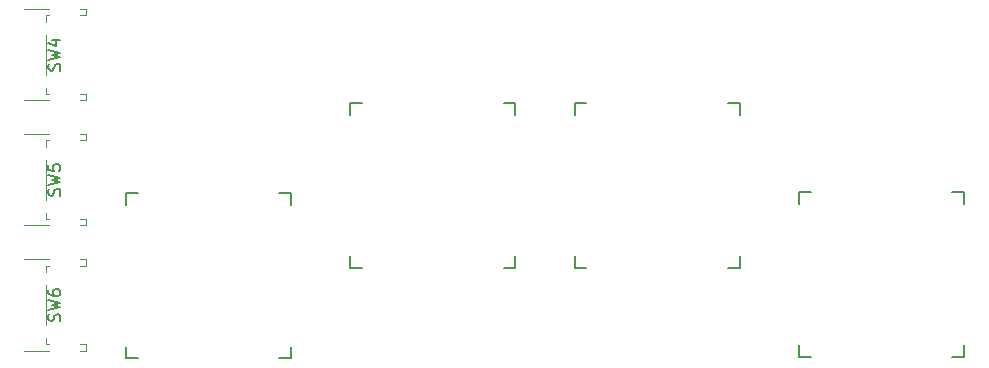
<source format=gbr>
%TF.GenerationSoftware,KiCad,Pcbnew,9.0.0*%
%TF.CreationDate,2025-04-27T09:25:50-07:00*%
%TF.ProjectId,c7k-rt,63376b2d-7274-42e6-9b69-6361645f7063,rev?*%
%TF.SameCoordinates,Original*%
%TF.FileFunction,Legend,Top*%
%TF.FilePolarity,Positive*%
%FSLAX46Y46*%
G04 Gerber Fmt 4.6, Leading zero omitted, Abs format (unit mm)*
G04 Created by KiCad (PCBNEW 9.0.0) date 2025-04-27 09:25:50*
%MOMM*%
%LPD*%
G01*
G04 APERTURE LIST*
%ADD10C,0.150000*%
%ADD11C,0.120000*%
G04 APERTURE END LIST*
D10*
X169607200Y-77588332D02*
X169654819Y-77445475D01*
X169654819Y-77445475D02*
X169654819Y-77207380D01*
X169654819Y-77207380D02*
X169607200Y-77112142D01*
X169607200Y-77112142D02*
X169559580Y-77064523D01*
X169559580Y-77064523D02*
X169464342Y-77016904D01*
X169464342Y-77016904D02*
X169369104Y-77016904D01*
X169369104Y-77016904D02*
X169273866Y-77064523D01*
X169273866Y-77064523D02*
X169226247Y-77112142D01*
X169226247Y-77112142D02*
X169178628Y-77207380D01*
X169178628Y-77207380D02*
X169131009Y-77397856D01*
X169131009Y-77397856D02*
X169083390Y-77493094D01*
X169083390Y-77493094D02*
X169035771Y-77540713D01*
X169035771Y-77540713D02*
X168940533Y-77588332D01*
X168940533Y-77588332D02*
X168845295Y-77588332D01*
X168845295Y-77588332D02*
X168750057Y-77540713D01*
X168750057Y-77540713D02*
X168702438Y-77493094D01*
X168702438Y-77493094D02*
X168654819Y-77397856D01*
X168654819Y-77397856D02*
X168654819Y-77159761D01*
X168654819Y-77159761D02*
X168702438Y-77016904D01*
X168654819Y-76683570D02*
X169654819Y-76445475D01*
X169654819Y-76445475D02*
X168940533Y-76254999D01*
X168940533Y-76254999D02*
X169654819Y-76064523D01*
X169654819Y-76064523D02*
X168654819Y-75826428D01*
X168988152Y-75016904D02*
X169654819Y-75016904D01*
X168607200Y-75254999D02*
X169321485Y-75493094D01*
X169321485Y-75493094D02*
X169321485Y-74874047D01*
X169597200Y-88173332D02*
X169644819Y-88030475D01*
X169644819Y-88030475D02*
X169644819Y-87792380D01*
X169644819Y-87792380D02*
X169597200Y-87697142D01*
X169597200Y-87697142D02*
X169549580Y-87649523D01*
X169549580Y-87649523D02*
X169454342Y-87601904D01*
X169454342Y-87601904D02*
X169359104Y-87601904D01*
X169359104Y-87601904D02*
X169263866Y-87649523D01*
X169263866Y-87649523D02*
X169216247Y-87697142D01*
X169216247Y-87697142D02*
X169168628Y-87792380D01*
X169168628Y-87792380D02*
X169121009Y-87982856D01*
X169121009Y-87982856D02*
X169073390Y-88078094D01*
X169073390Y-88078094D02*
X169025771Y-88125713D01*
X169025771Y-88125713D02*
X168930533Y-88173332D01*
X168930533Y-88173332D02*
X168835295Y-88173332D01*
X168835295Y-88173332D02*
X168740057Y-88125713D01*
X168740057Y-88125713D02*
X168692438Y-88078094D01*
X168692438Y-88078094D02*
X168644819Y-87982856D01*
X168644819Y-87982856D02*
X168644819Y-87744761D01*
X168644819Y-87744761D02*
X168692438Y-87601904D01*
X168644819Y-87268570D02*
X169644819Y-87030475D01*
X169644819Y-87030475D02*
X168930533Y-86839999D01*
X168930533Y-86839999D02*
X169644819Y-86649523D01*
X169644819Y-86649523D02*
X168644819Y-86411428D01*
X168644819Y-85554285D02*
X168644819Y-86030475D01*
X168644819Y-86030475D02*
X169121009Y-86078094D01*
X169121009Y-86078094D02*
X169073390Y-86030475D01*
X169073390Y-86030475D02*
X169025771Y-85935237D01*
X169025771Y-85935237D02*
X169025771Y-85697142D01*
X169025771Y-85697142D02*
X169073390Y-85601904D01*
X169073390Y-85601904D02*
X169121009Y-85554285D01*
X169121009Y-85554285D02*
X169216247Y-85506666D01*
X169216247Y-85506666D02*
X169454342Y-85506666D01*
X169454342Y-85506666D02*
X169549580Y-85554285D01*
X169549580Y-85554285D02*
X169597200Y-85601904D01*
X169597200Y-85601904D02*
X169644819Y-85697142D01*
X169644819Y-85697142D02*
X169644819Y-85935237D01*
X169644819Y-85935237D02*
X169597200Y-86030475D01*
X169597200Y-86030475D02*
X169549580Y-86078094D01*
X169597200Y-98768332D02*
X169644819Y-98625475D01*
X169644819Y-98625475D02*
X169644819Y-98387380D01*
X169644819Y-98387380D02*
X169597200Y-98292142D01*
X169597200Y-98292142D02*
X169549580Y-98244523D01*
X169549580Y-98244523D02*
X169454342Y-98196904D01*
X169454342Y-98196904D02*
X169359104Y-98196904D01*
X169359104Y-98196904D02*
X169263866Y-98244523D01*
X169263866Y-98244523D02*
X169216247Y-98292142D01*
X169216247Y-98292142D02*
X169168628Y-98387380D01*
X169168628Y-98387380D02*
X169121009Y-98577856D01*
X169121009Y-98577856D02*
X169073390Y-98673094D01*
X169073390Y-98673094D02*
X169025771Y-98720713D01*
X169025771Y-98720713D02*
X168930533Y-98768332D01*
X168930533Y-98768332D02*
X168835295Y-98768332D01*
X168835295Y-98768332D02*
X168740057Y-98720713D01*
X168740057Y-98720713D02*
X168692438Y-98673094D01*
X168692438Y-98673094D02*
X168644819Y-98577856D01*
X168644819Y-98577856D02*
X168644819Y-98339761D01*
X168644819Y-98339761D02*
X168692438Y-98196904D01*
X168644819Y-97863570D02*
X169644819Y-97625475D01*
X169644819Y-97625475D02*
X168930533Y-97434999D01*
X168930533Y-97434999D02*
X169644819Y-97244523D01*
X169644819Y-97244523D02*
X168644819Y-97006428D01*
X168644819Y-96196904D02*
X168644819Y-96387380D01*
X168644819Y-96387380D02*
X168692438Y-96482618D01*
X168692438Y-96482618D02*
X168740057Y-96530237D01*
X168740057Y-96530237D02*
X168882914Y-96625475D01*
X168882914Y-96625475D02*
X169073390Y-96673094D01*
X169073390Y-96673094D02*
X169454342Y-96673094D01*
X169454342Y-96673094D02*
X169549580Y-96625475D01*
X169549580Y-96625475D02*
X169597200Y-96577856D01*
X169597200Y-96577856D02*
X169644819Y-96482618D01*
X169644819Y-96482618D02*
X169644819Y-96292142D01*
X169644819Y-96292142D02*
X169597200Y-96196904D01*
X169597200Y-96196904D02*
X169549580Y-96149285D01*
X169549580Y-96149285D02*
X169454342Y-96101666D01*
X169454342Y-96101666D02*
X169216247Y-96101666D01*
X169216247Y-96101666D02*
X169121009Y-96149285D01*
X169121009Y-96149285D02*
X169073390Y-96196904D01*
X169073390Y-96196904D02*
X169025771Y-96292142D01*
X169025771Y-96292142D02*
X169025771Y-96482618D01*
X169025771Y-96482618D02*
X169073390Y-96577856D01*
X169073390Y-96577856D02*
X169121009Y-96625475D01*
X169121009Y-96625475D02*
X169216247Y-96673094D01*
D11*
%TO.C,SW4*%
X166620000Y-72395000D02*
X168720000Y-72395000D01*
X166620000Y-80115000D02*
X168720000Y-80115000D01*
X168490000Y-72915000D02*
X168720000Y-72915000D01*
X168490000Y-73455000D02*
X168490000Y-72915000D01*
X168490000Y-77955000D02*
X168490000Y-74555000D01*
X168490000Y-79595000D02*
X168490000Y-79055000D01*
X168490000Y-79595000D02*
X168720000Y-79595000D01*
X171320000Y-72395000D02*
X171830000Y-72395000D01*
X171320000Y-72915000D02*
X171830000Y-72915000D01*
X171320000Y-79595000D02*
X171830000Y-79595000D01*
X171320000Y-80115000D02*
X171830000Y-80115000D01*
X171830000Y-72915000D02*
X171830000Y-72395000D01*
X171830000Y-80115000D02*
X171830000Y-79595000D01*
%TO.C,SW5*%
X166610000Y-82980000D02*
X168710000Y-82980000D01*
X166610000Y-90700000D02*
X168710000Y-90700000D01*
X168480000Y-83500000D02*
X168710000Y-83500000D01*
X168480000Y-84040000D02*
X168480000Y-83500000D01*
X168480000Y-88540000D02*
X168480000Y-85140000D01*
X168480000Y-90180000D02*
X168480000Y-89640000D01*
X168480000Y-90180000D02*
X168710000Y-90180000D01*
X171310000Y-82980000D02*
X171820000Y-82980000D01*
X171310000Y-83500000D02*
X171820000Y-83500000D01*
X171310000Y-90180000D02*
X171820000Y-90180000D01*
X171310000Y-90700000D02*
X171820000Y-90700000D01*
X171820000Y-83500000D02*
X171820000Y-82980000D01*
X171820000Y-90700000D02*
X171820000Y-90180000D01*
D10*
%TO.C,SW0*%
X232200000Y-87850000D02*
X233200000Y-87850000D01*
X232200000Y-88850000D02*
X232200000Y-87850000D01*
X232200000Y-101850000D02*
X232200000Y-100850000D01*
X232200000Y-101850000D02*
X233200000Y-101850000D01*
X233200000Y-87850000D02*
X232200000Y-87850000D01*
X245200000Y-101850000D02*
X246200000Y-101850000D01*
X246200000Y-87850000D02*
X245200000Y-87850000D01*
X246200000Y-87850000D02*
X246200000Y-88850000D01*
X246200000Y-100850000D02*
X246200000Y-101850000D01*
D11*
%TO.C,SW6*%
X166610000Y-93575000D02*
X168710000Y-93575000D01*
X166610000Y-101295000D02*
X168710000Y-101295000D01*
X168480000Y-94095000D02*
X168710000Y-94095000D01*
X168480000Y-94635000D02*
X168480000Y-94095000D01*
X168480000Y-99135000D02*
X168480000Y-95735000D01*
X168480000Y-100775000D02*
X168480000Y-100235000D01*
X168480000Y-100775000D02*
X168710000Y-100775000D01*
X171310000Y-93575000D02*
X171820000Y-93575000D01*
X171310000Y-94095000D02*
X171820000Y-94095000D01*
X171310000Y-100775000D02*
X171820000Y-100775000D01*
X171310000Y-101295000D02*
X171820000Y-101295000D01*
X171820000Y-94095000D02*
X171820000Y-93575000D01*
X171820000Y-101295000D02*
X171820000Y-100775000D01*
D10*
%TO.C,SW2*%
X194200000Y-80320000D02*
X195200000Y-80320000D01*
X194200000Y-81320000D02*
X194200000Y-80320000D01*
X194200000Y-94320000D02*
X194200000Y-93320000D01*
X194200000Y-94320000D02*
X195200000Y-94320000D01*
X195200000Y-80320000D02*
X194200000Y-80320000D01*
X207200000Y-94320000D02*
X208200000Y-94320000D01*
X208200000Y-80320000D02*
X207200000Y-80320000D01*
X208200000Y-80320000D02*
X208200000Y-81320000D01*
X208200000Y-93320000D02*
X208200000Y-94320000D01*
%TO.C,SW3*%
X175200000Y-87950000D02*
X176200000Y-87950000D01*
X175200000Y-88950000D02*
X175200000Y-87950000D01*
X175200000Y-101950000D02*
X175200000Y-100950000D01*
X175200000Y-101950000D02*
X176200000Y-101950000D01*
X176200000Y-87950000D02*
X175200000Y-87950000D01*
X188200000Y-101950000D02*
X189200000Y-101950000D01*
X189200000Y-87950000D02*
X188200000Y-87950000D01*
X189200000Y-87950000D02*
X189200000Y-88950000D01*
X189200000Y-100950000D02*
X189200000Y-101950000D01*
%TO.C,SW1*%
X213200000Y-80320000D02*
X214200000Y-80320000D01*
X213200000Y-81320000D02*
X213200000Y-80320000D01*
X213200000Y-94320000D02*
X213200000Y-93320000D01*
X213200000Y-94320000D02*
X214200000Y-94320000D01*
X214200000Y-80320000D02*
X213200000Y-80320000D01*
X226200000Y-94320000D02*
X227200000Y-94320000D01*
X227200000Y-80320000D02*
X226200000Y-80320000D01*
X227200000Y-80320000D02*
X227200000Y-81320000D01*
X227200000Y-93320000D02*
X227200000Y-94320000D01*
%TD*%
M02*

</source>
